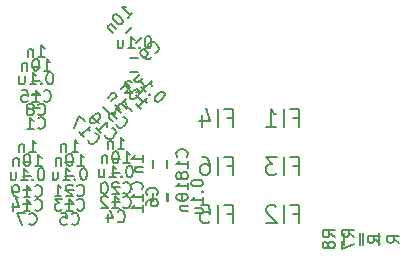
<source format=gbo>
G04 #@! TF.FileFunction,Legend,Bot*
%FSLAX46Y46*%
G04 Gerber Fmt 4.6, Leading zero omitted, Abs format (unit mm)*
G04 Created by KiCad (PCBNEW (2015-02-18 BZR 5430)-product) date 2015年02月19日 星期四 19时51分06秒*
%MOMM*%
G01*
G04 APERTURE LIST*
%ADD10C,0.150000*%
G04 APERTURE END LIST*
D10*
X115791500Y-55591000D02*
X116491500Y-55591000D01*
X116491500Y-54391000D02*
X115791500Y-54391000D01*
X124110000Y-52543000D02*
X124810000Y-52543000D01*
X124810000Y-51343000D02*
X124110000Y-51343000D01*
X123724749Y-55358277D02*
X124219723Y-55853251D01*
X125068251Y-55004723D02*
X124573277Y-54509749D01*
X122535200Y-63490400D02*
X123235200Y-63490400D01*
X123235200Y-62290400D02*
X122535200Y-62290400D01*
X118623600Y-63693600D02*
X119323600Y-63693600D01*
X119323600Y-62493600D02*
X118623600Y-62493600D01*
X127314400Y-62743600D02*
X127314400Y-63443600D01*
X128514400Y-63443600D02*
X128514400Y-62743600D01*
X115042200Y-63719000D02*
X115742200Y-63719000D01*
X115742200Y-62519000D02*
X115042200Y-62519000D01*
X115791500Y-54448000D02*
X116491500Y-54448000D01*
X116491500Y-53248000D02*
X115791500Y-53248000D01*
X124636777Y-50074751D02*
X125131751Y-49579777D01*
X124283223Y-48731249D02*
X123788249Y-49226223D01*
X122454749Y-55993277D02*
X122949723Y-56488251D01*
X123798251Y-55639723D02*
X123303277Y-55144749D01*
X126044400Y-62743600D02*
X126044400Y-63443600D01*
X127244400Y-63443600D02*
X127244400Y-62743600D01*
X122535200Y-62296600D02*
X123235200Y-62296600D01*
X123235200Y-61096600D02*
X122535200Y-61096600D01*
X118623600Y-62499800D02*
X119323600Y-62499800D01*
X119323600Y-61299800D02*
X118623600Y-61299800D01*
X115042200Y-62525200D02*
X115742200Y-62525200D01*
X115742200Y-61325200D02*
X115042200Y-61325200D01*
X115791500Y-53305000D02*
X116491500Y-53305000D01*
X116491500Y-52105000D02*
X115791500Y-52105000D01*
X120994249Y-56374277D02*
X121489223Y-56869251D01*
X122337751Y-56020723D02*
X121842777Y-55525749D01*
X127244400Y-60675000D02*
X127244400Y-59975000D01*
X126044400Y-59975000D02*
X126044400Y-60675000D01*
X115042200Y-61331400D02*
X115742200Y-61331400D01*
X115742200Y-60131400D02*
X115042200Y-60131400D01*
X122535200Y-61102800D02*
X123235200Y-61102800D01*
X123235200Y-59902800D02*
X122535200Y-59902800D01*
X118623600Y-61306000D02*
X119323600Y-61306000D01*
X119323600Y-60106000D02*
X118623600Y-60106000D01*
X145201000Y-67175000D02*
X145201000Y-66175000D01*
X143851000Y-66175000D02*
X143851000Y-67175000D01*
X143550000Y-67175000D02*
X143550000Y-66175000D01*
X142200000Y-66175000D02*
X142200000Y-67175000D01*
X116308166Y-57248143D02*
X116355785Y-57295762D01*
X116498642Y-57343381D01*
X116593880Y-57343381D01*
X116736738Y-57295762D01*
X116831976Y-57200524D01*
X116879595Y-57105286D01*
X116927214Y-56914810D01*
X116927214Y-56771952D01*
X116879595Y-56581476D01*
X116831976Y-56486238D01*
X116736738Y-56391000D01*
X116593880Y-56343381D01*
X116498642Y-56343381D01*
X116355785Y-56391000D01*
X116308166Y-56438619D01*
X115355785Y-57343381D02*
X115927214Y-57343381D01*
X115641500Y-57343381D02*
X115641500Y-56343381D01*
X115736738Y-56486238D01*
X115831976Y-56581476D01*
X115927214Y-56629095D01*
X117355786Y-52543381D02*
X117260547Y-52543381D01*
X117165309Y-52591000D01*
X117117690Y-52638619D01*
X117070071Y-52733857D01*
X117022452Y-52924333D01*
X117022452Y-53162429D01*
X117070071Y-53352905D01*
X117117690Y-53448143D01*
X117165309Y-53495762D01*
X117260547Y-53543381D01*
X117355786Y-53543381D01*
X117451024Y-53495762D01*
X117498643Y-53448143D01*
X117546262Y-53352905D01*
X117593881Y-53162429D01*
X117593881Y-52924333D01*
X117546262Y-52733857D01*
X117498643Y-52638619D01*
X117451024Y-52591000D01*
X117355786Y-52543381D01*
X116593881Y-53448143D02*
X116546262Y-53495762D01*
X116593881Y-53543381D01*
X116641500Y-53495762D01*
X116593881Y-53448143D01*
X116593881Y-53543381D01*
X115593881Y-53543381D02*
X116165310Y-53543381D01*
X115879596Y-53543381D02*
X115879596Y-52543381D01*
X115974834Y-52686238D01*
X116070072Y-52781476D01*
X116165310Y-52829095D01*
X114736738Y-52876714D02*
X114736738Y-53543381D01*
X115165310Y-52876714D02*
X115165310Y-53400524D01*
X115117691Y-53495762D01*
X115022453Y-53543381D01*
X114879595Y-53543381D01*
X114784357Y-53495762D01*
X114736738Y-53448143D01*
X124626666Y-54200143D02*
X124674285Y-54247762D01*
X124817142Y-54295381D01*
X124912380Y-54295381D01*
X125055238Y-54247762D01*
X125150476Y-54152524D01*
X125198095Y-54057286D01*
X125245714Y-53866810D01*
X125245714Y-53723952D01*
X125198095Y-53533476D01*
X125150476Y-53438238D01*
X125055238Y-53343000D01*
X124912380Y-53295381D01*
X124817142Y-53295381D01*
X124674285Y-53343000D01*
X124626666Y-53390619D01*
X124245714Y-53390619D02*
X124198095Y-53343000D01*
X124102857Y-53295381D01*
X123864761Y-53295381D01*
X123769523Y-53343000D01*
X123721904Y-53390619D01*
X123674285Y-53485857D01*
X123674285Y-53581095D01*
X123721904Y-53723952D01*
X124293333Y-54295381D01*
X123674285Y-54295381D01*
X125674286Y-49495381D02*
X125579047Y-49495381D01*
X125483809Y-49543000D01*
X125436190Y-49590619D01*
X125388571Y-49685857D01*
X125340952Y-49876333D01*
X125340952Y-50114429D01*
X125388571Y-50304905D01*
X125436190Y-50400143D01*
X125483809Y-50447762D01*
X125579047Y-50495381D01*
X125674286Y-50495381D01*
X125769524Y-50447762D01*
X125817143Y-50400143D01*
X125864762Y-50304905D01*
X125912381Y-50114429D01*
X125912381Y-49876333D01*
X125864762Y-49685857D01*
X125817143Y-49590619D01*
X125769524Y-49543000D01*
X125674286Y-49495381D01*
X124912381Y-50400143D02*
X124864762Y-50447762D01*
X124912381Y-50495381D01*
X124960000Y-50447762D01*
X124912381Y-50400143D01*
X124912381Y-50495381D01*
X123912381Y-50495381D02*
X124483810Y-50495381D01*
X124198096Y-50495381D02*
X124198096Y-49495381D01*
X124293334Y-49638238D01*
X124388572Y-49733476D01*
X124483810Y-49781095D01*
X123055238Y-49828714D02*
X123055238Y-50495381D01*
X123483810Y-49828714D02*
X123483810Y-50352524D01*
X123436191Y-50447762D01*
X123340953Y-50495381D01*
X123198095Y-50495381D01*
X123102857Y-50447762D01*
X123055238Y-50400143D01*
X122918309Y-56895392D02*
X122918309Y-56962735D01*
X122985653Y-57097422D01*
X123052996Y-57164766D01*
X123187684Y-57232110D01*
X123322371Y-57232110D01*
X123423386Y-57198438D01*
X123591744Y-57097423D01*
X123692760Y-56996407D01*
X123793775Y-56828048D01*
X123827447Y-56727033D01*
X123827447Y-56592346D01*
X123760103Y-56457659D01*
X123692760Y-56390315D01*
X123558073Y-56322972D01*
X123490729Y-56322972D01*
X123322371Y-56019927D02*
X122884638Y-55582193D01*
X122850967Y-56087270D01*
X122749951Y-55986254D01*
X122648936Y-55952582D01*
X122581592Y-55952582D01*
X122480576Y-55986255D01*
X122312218Y-56154613D01*
X122278546Y-56255629D01*
X122278546Y-56322972D01*
X122312218Y-56423987D01*
X122514249Y-56626018D01*
X122615264Y-56659690D01*
X122682607Y-56659690D01*
X126985858Y-54309402D02*
X126918514Y-54242058D01*
X126817499Y-54208386D01*
X126750155Y-54208386D01*
X126649140Y-54242058D01*
X126480781Y-54343073D01*
X126312422Y-54511432D01*
X126211407Y-54679791D01*
X126177735Y-54780806D01*
X126177735Y-54848149D01*
X126211407Y-54949164D01*
X126278751Y-55016509D01*
X126379766Y-55050180D01*
X126447110Y-55050180D01*
X126548125Y-55016509D01*
X126716484Y-54915493D01*
X126884843Y-54747134D01*
X126985858Y-54578775D01*
X127019530Y-54477760D01*
X127019530Y-54410417D01*
X126985858Y-54309402D01*
X125807346Y-54410417D02*
X125740003Y-54410417D01*
X125740003Y-54477760D01*
X125807346Y-54477760D01*
X125807346Y-54410417D01*
X125740003Y-54477760D01*
X125032896Y-53770654D02*
X125436958Y-54174715D01*
X125234927Y-53972685D02*
X125942034Y-53265578D01*
X125908362Y-53433936D01*
X125908362Y-53568623D01*
X125942034Y-53669638D01*
X124898209Y-52693157D02*
X124426805Y-53164562D01*
X125201256Y-52996203D02*
X124830866Y-53366593D01*
X124729851Y-53400265D01*
X124628836Y-53366593D01*
X124527820Y-53265577D01*
X124494148Y-53164562D01*
X124494148Y-53097219D01*
X123051866Y-65147543D02*
X123099485Y-65195162D01*
X123242342Y-65242781D01*
X123337580Y-65242781D01*
X123480438Y-65195162D01*
X123575676Y-65099924D01*
X123623295Y-65004686D01*
X123670914Y-64814210D01*
X123670914Y-64671352D01*
X123623295Y-64480876D01*
X123575676Y-64385638D01*
X123480438Y-64290400D01*
X123337580Y-64242781D01*
X123242342Y-64242781D01*
X123099485Y-64290400D01*
X123051866Y-64338019D01*
X122194723Y-64576114D02*
X122194723Y-65242781D01*
X122432819Y-64195162D02*
X122670914Y-64909448D01*
X122051866Y-64909448D01*
X124099486Y-60442781D02*
X124004247Y-60442781D01*
X123909009Y-60490400D01*
X123861390Y-60538019D01*
X123813771Y-60633257D01*
X123766152Y-60823733D01*
X123766152Y-61061829D01*
X123813771Y-61252305D01*
X123861390Y-61347543D01*
X123909009Y-61395162D01*
X124004247Y-61442781D01*
X124099486Y-61442781D01*
X124194724Y-61395162D01*
X124242343Y-61347543D01*
X124289962Y-61252305D01*
X124337581Y-61061829D01*
X124337581Y-60823733D01*
X124289962Y-60633257D01*
X124242343Y-60538019D01*
X124194724Y-60490400D01*
X124099486Y-60442781D01*
X123337581Y-61347543D02*
X123289962Y-61395162D01*
X123337581Y-61442781D01*
X123385200Y-61395162D01*
X123337581Y-61347543D01*
X123337581Y-61442781D01*
X122337581Y-61442781D02*
X122909010Y-61442781D01*
X122623296Y-61442781D02*
X122623296Y-60442781D01*
X122718534Y-60585638D01*
X122813772Y-60680876D01*
X122909010Y-60728495D01*
X121480438Y-60776114D02*
X121480438Y-61442781D01*
X121909010Y-60776114D02*
X121909010Y-61299924D01*
X121861391Y-61395162D01*
X121766153Y-61442781D01*
X121623295Y-61442781D01*
X121528057Y-61395162D01*
X121480438Y-61347543D01*
X119140266Y-65350743D02*
X119187885Y-65398362D01*
X119330742Y-65445981D01*
X119425980Y-65445981D01*
X119568838Y-65398362D01*
X119664076Y-65303124D01*
X119711695Y-65207886D01*
X119759314Y-65017410D01*
X119759314Y-64874552D01*
X119711695Y-64684076D01*
X119664076Y-64588838D01*
X119568838Y-64493600D01*
X119425980Y-64445981D01*
X119330742Y-64445981D01*
X119187885Y-64493600D01*
X119140266Y-64541219D01*
X118235504Y-64445981D02*
X118711695Y-64445981D01*
X118759314Y-64922171D01*
X118711695Y-64874552D01*
X118616457Y-64826933D01*
X118378361Y-64826933D01*
X118283123Y-64874552D01*
X118235504Y-64922171D01*
X118187885Y-65017410D01*
X118187885Y-65255505D01*
X118235504Y-65350743D01*
X118283123Y-65398362D01*
X118378361Y-65445981D01*
X118616457Y-65445981D01*
X118711695Y-65398362D01*
X118759314Y-65350743D01*
X120187886Y-60645981D02*
X120092647Y-60645981D01*
X119997409Y-60693600D01*
X119949790Y-60741219D01*
X119902171Y-60836457D01*
X119854552Y-61026933D01*
X119854552Y-61265029D01*
X119902171Y-61455505D01*
X119949790Y-61550743D01*
X119997409Y-61598362D01*
X120092647Y-61645981D01*
X120187886Y-61645981D01*
X120283124Y-61598362D01*
X120330743Y-61550743D01*
X120378362Y-61455505D01*
X120425981Y-61265029D01*
X120425981Y-61026933D01*
X120378362Y-60836457D01*
X120330743Y-60741219D01*
X120283124Y-60693600D01*
X120187886Y-60645981D01*
X119425981Y-61550743D02*
X119378362Y-61598362D01*
X119425981Y-61645981D01*
X119473600Y-61598362D01*
X119425981Y-61550743D01*
X119425981Y-61645981D01*
X118425981Y-61645981D02*
X118997410Y-61645981D01*
X118711696Y-61645981D02*
X118711696Y-60645981D01*
X118806934Y-60788838D01*
X118902172Y-60884076D01*
X118997410Y-60931695D01*
X117568838Y-60979314D02*
X117568838Y-61645981D01*
X117997410Y-60979314D02*
X117997410Y-61503124D01*
X117949791Y-61598362D01*
X117854553Y-61645981D01*
X117711695Y-61645981D01*
X117616457Y-61598362D01*
X117568838Y-61550743D01*
X126371543Y-62926934D02*
X126419162Y-62879315D01*
X126466781Y-62736458D01*
X126466781Y-62641220D01*
X126419162Y-62498362D01*
X126323924Y-62403124D01*
X126228686Y-62355505D01*
X126038210Y-62307886D01*
X125895352Y-62307886D01*
X125704876Y-62355505D01*
X125609638Y-62403124D01*
X125514400Y-62498362D01*
X125466781Y-62641220D01*
X125466781Y-62736458D01*
X125514400Y-62879315D01*
X125562019Y-62926934D01*
X125466781Y-63784077D02*
X125466781Y-63593600D01*
X125514400Y-63498362D01*
X125562019Y-63450743D01*
X125704876Y-63355505D01*
X125895352Y-63307886D01*
X126276305Y-63307886D01*
X126371543Y-63355505D01*
X126419162Y-63403124D01*
X126466781Y-63498362D01*
X126466781Y-63688839D01*
X126419162Y-63784077D01*
X126371543Y-63831696D01*
X126276305Y-63879315D01*
X126038210Y-63879315D01*
X125942971Y-63831696D01*
X125895352Y-63784077D01*
X125847733Y-63688839D01*
X125847733Y-63498362D01*
X125895352Y-63403124D01*
X125942971Y-63355505D01*
X126038210Y-63307886D01*
X129266781Y-61879314D02*
X129266781Y-61974553D01*
X129314400Y-62069791D01*
X129362019Y-62117410D01*
X129457257Y-62165029D01*
X129647733Y-62212648D01*
X129885829Y-62212648D01*
X130076305Y-62165029D01*
X130171543Y-62117410D01*
X130219162Y-62069791D01*
X130266781Y-61974553D01*
X130266781Y-61879314D01*
X130219162Y-61784076D01*
X130171543Y-61736457D01*
X130076305Y-61688838D01*
X129885829Y-61641219D01*
X129647733Y-61641219D01*
X129457257Y-61688838D01*
X129362019Y-61736457D01*
X129314400Y-61784076D01*
X129266781Y-61879314D01*
X130171543Y-62641219D02*
X130219162Y-62688838D01*
X130266781Y-62641219D01*
X130219162Y-62593600D01*
X130171543Y-62641219D01*
X130266781Y-62641219D01*
X130266781Y-63641219D02*
X130266781Y-63069790D01*
X130266781Y-63355504D02*
X129266781Y-63355504D01*
X129409638Y-63260266D01*
X129504876Y-63165028D01*
X129552495Y-63069790D01*
X129600114Y-64498362D02*
X130266781Y-64498362D01*
X129600114Y-64069790D02*
X130123924Y-64069790D01*
X130219162Y-64117409D01*
X130266781Y-64212647D01*
X130266781Y-64355505D01*
X130219162Y-64450743D01*
X130171543Y-64498362D01*
X115558866Y-65376143D02*
X115606485Y-65423762D01*
X115749342Y-65471381D01*
X115844580Y-65471381D01*
X115987438Y-65423762D01*
X116082676Y-65328524D01*
X116130295Y-65233286D01*
X116177914Y-65042810D01*
X116177914Y-64899952D01*
X116130295Y-64709476D01*
X116082676Y-64614238D01*
X115987438Y-64519000D01*
X115844580Y-64471381D01*
X115749342Y-64471381D01*
X115606485Y-64519000D01*
X115558866Y-64566619D01*
X115225533Y-64471381D02*
X114558866Y-64471381D01*
X114987438Y-65471381D01*
X116606486Y-60671381D02*
X116511247Y-60671381D01*
X116416009Y-60719000D01*
X116368390Y-60766619D01*
X116320771Y-60861857D01*
X116273152Y-61052333D01*
X116273152Y-61290429D01*
X116320771Y-61480905D01*
X116368390Y-61576143D01*
X116416009Y-61623762D01*
X116511247Y-61671381D01*
X116606486Y-61671381D01*
X116701724Y-61623762D01*
X116749343Y-61576143D01*
X116796962Y-61480905D01*
X116844581Y-61290429D01*
X116844581Y-61052333D01*
X116796962Y-60861857D01*
X116749343Y-60766619D01*
X116701724Y-60719000D01*
X116606486Y-60671381D01*
X115844581Y-61576143D02*
X115796962Y-61623762D01*
X115844581Y-61671381D01*
X115892200Y-61623762D01*
X115844581Y-61576143D01*
X115844581Y-61671381D01*
X114844581Y-61671381D02*
X115416010Y-61671381D01*
X115130296Y-61671381D02*
X115130296Y-60671381D01*
X115225534Y-60814238D01*
X115320772Y-60909476D01*
X115416010Y-60957095D01*
X113987438Y-61004714D02*
X113987438Y-61671381D01*
X114416010Y-61004714D02*
X114416010Y-61528524D01*
X114368391Y-61623762D01*
X114273153Y-61671381D01*
X114130295Y-61671381D01*
X114035057Y-61623762D01*
X113987438Y-61576143D01*
X116308166Y-56105143D02*
X116355785Y-56152762D01*
X116498642Y-56200381D01*
X116593880Y-56200381D01*
X116736738Y-56152762D01*
X116831976Y-56057524D01*
X116879595Y-55962286D01*
X116927214Y-55771810D01*
X116927214Y-55628952D01*
X116879595Y-55438476D01*
X116831976Y-55343238D01*
X116736738Y-55248000D01*
X116593880Y-55200381D01*
X116498642Y-55200381D01*
X116355785Y-55248000D01*
X116308166Y-55295619D01*
X115736738Y-55628952D02*
X115831976Y-55581333D01*
X115879595Y-55533714D01*
X115927214Y-55438476D01*
X115927214Y-55390857D01*
X115879595Y-55295619D01*
X115831976Y-55248000D01*
X115736738Y-55200381D01*
X115546261Y-55200381D01*
X115451023Y-55248000D01*
X115403404Y-55295619D01*
X115355785Y-55390857D01*
X115355785Y-55438476D01*
X115403404Y-55533714D01*
X115451023Y-55581333D01*
X115546261Y-55628952D01*
X115736738Y-55628952D01*
X115831976Y-55676571D01*
X115879595Y-55724190D01*
X115927214Y-55819429D01*
X115927214Y-56009905D01*
X115879595Y-56105143D01*
X115831976Y-56152762D01*
X115736738Y-56200381D01*
X115546261Y-56200381D01*
X115451023Y-56152762D01*
X115403404Y-56105143D01*
X115355785Y-56009905D01*
X115355785Y-55819429D01*
X115403404Y-55724190D01*
X115451023Y-55676571D01*
X115546261Y-55628952D01*
X116784357Y-52400381D02*
X117355786Y-52400381D01*
X117070072Y-52400381D02*
X117070072Y-51400381D01*
X117165310Y-51543238D01*
X117260548Y-51638476D01*
X117355786Y-51686095D01*
X116165310Y-51400381D02*
X116070071Y-51400381D01*
X115974833Y-51448000D01*
X115927214Y-51495619D01*
X115879595Y-51590857D01*
X115831976Y-51781333D01*
X115831976Y-52019429D01*
X115879595Y-52209905D01*
X115927214Y-52305143D01*
X115974833Y-52352762D01*
X116070071Y-52400381D01*
X116165310Y-52400381D01*
X116260548Y-52352762D01*
X116308167Y-52305143D01*
X116355786Y-52209905D01*
X116403405Y-52019429D01*
X116403405Y-51781333D01*
X116355786Y-51590857D01*
X116308167Y-51495619D01*
X116260548Y-51448000D01*
X116165310Y-51400381D01*
X115403405Y-51733714D02*
X115403405Y-52400381D01*
X115403405Y-51828952D02*
X115355786Y-51781333D01*
X115260548Y-51733714D01*
X115117690Y-51733714D01*
X115022452Y-51781333D01*
X114974833Y-51876571D01*
X114974833Y-52400381D01*
X126173892Y-50881191D02*
X126241235Y-50881191D01*
X126375922Y-50813847D01*
X126443266Y-50746504D01*
X126510610Y-50611816D01*
X126510610Y-50477129D01*
X126476938Y-50376114D01*
X126375923Y-50207756D01*
X126274907Y-50106740D01*
X126106548Y-50005725D01*
X126005533Y-49972053D01*
X125870846Y-49972053D01*
X125736159Y-50039397D01*
X125668815Y-50106740D01*
X125601472Y-50241427D01*
X125601472Y-50308771D01*
X125904518Y-51285251D02*
X125769831Y-51419938D01*
X125668815Y-51453610D01*
X125601472Y-51453610D01*
X125433113Y-51419939D01*
X125264755Y-51318924D01*
X124995380Y-51049549D01*
X124961709Y-50948534D01*
X124961709Y-50881191D01*
X124995380Y-50780175D01*
X125130068Y-50645488D01*
X125231083Y-50611816D01*
X125298427Y-50611816D01*
X125399442Y-50645488D01*
X125567800Y-50813846D01*
X125601472Y-50914862D01*
X125601473Y-50982206D01*
X125567801Y-51083221D01*
X125433113Y-51217908D01*
X125332098Y-51251580D01*
X125264754Y-51251579D01*
X125163739Y-51217908D01*
X123890947Y-47924810D02*
X124295009Y-47520749D01*
X124092978Y-47722779D02*
X123385871Y-47015672D01*
X123554230Y-47049344D01*
X123688917Y-47049344D01*
X123789932Y-47015672D01*
X122746108Y-47655436D02*
X122678764Y-47722780D01*
X122645092Y-47823795D01*
X122645092Y-47891138D01*
X122678764Y-47992154D01*
X122779779Y-48160512D01*
X122948138Y-48328871D01*
X123116497Y-48429887D01*
X123217512Y-48463558D01*
X123284856Y-48463558D01*
X123385871Y-48429887D01*
X123453215Y-48362542D01*
X123486887Y-48261527D01*
X123486887Y-48194184D01*
X123453215Y-48093169D01*
X123352200Y-47924810D01*
X123183840Y-47756451D01*
X123015482Y-47655436D01*
X122914467Y-47621764D01*
X122847123Y-47621764D01*
X122746108Y-47655436D01*
X122443062Y-48429886D02*
X122914467Y-48901291D01*
X122510405Y-48497229D02*
X122443062Y-48497229D01*
X122342047Y-48530901D01*
X122241031Y-48631917D01*
X122207359Y-48732932D01*
X122241031Y-48833947D01*
X122611421Y-49204337D01*
X121985027Y-57867110D02*
X121985027Y-57934453D01*
X122052371Y-58069140D01*
X122119714Y-58136484D01*
X122254402Y-58203828D01*
X122389089Y-58203828D01*
X122490104Y-58170156D01*
X122658462Y-58069141D01*
X122759478Y-57968125D01*
X122860493Y-57799766D01*
X122894165Y-57698751D01*
X122894165Y-57564064D01*
X122826821Y-57429377D01*
X122759478Y-57362033D01*
X122624791Y-57294690D01*
X122557447Y-57294690D01*
X121244249Y-57261018D02*
X121648310Y-57665079D01*
X121446280Y-57463049D02*
X122153387Y-56755942D01*
X122119715Y-56924301D01*
X122119715Y-57058988D01*
X122153387Y-57160003D01*
X121513623Y-56116179D02*
X121446279Y-56048835D01*
X121345264Y-56015163D01*
X121277921Y-56015163D01*
X121176905Y-56048835D01*
X121008547Y-56149850D01*
X120840187Y-56318209D01*
X120739172Y-56486568D01*
X120705501Y-56587583D01*
X120705501Y-56654927D01*
X120739172Y-56755942D01*
X120806516Y-56823286D01*
X120907532Y-56856958D01*
X120974875Y-56856958D01*
X121075890Y-56823286D01*
X121244249Y-56722271D01*
X121412608Y-56553911D01*
X121513623Y-56385553D01*
X121547295Y-56284538D01*
X121547295Y-56217194D01*
X121513623Y-56116179D01*
X124604690Y-55247447D02*
X125008751Y-55651509D01*
X124806721Y-55449478D02*
X125513828Y-54742371D01*
X125480156Y-54910730D01*
X125480156Y-55045417D01*
X125513828Y-55146432D01*
X124874064Y-54102608D02*
X124806720Y-54035264D01*
X124705705Y-54001592D01*
X124638362Y-54001592D01*
X124537346Y-54035264D01*
X124368988Y-54136279D01*
X124200629Y-54304638D01*
X124099613Y-54472997D01*
X124065942Y-54574012D01*
X124065942Y-54641356D01*
X124099613Y-54742371D01*
X124166958Y-54809715D01*
X124267973Y-54843387D01*
X124335316Y-54843387D01*
X124436331Y-54809715D01*
X124604690Y-54708700D01*
X124773049Y-54540340D01*
X124874064Y-54371982D01*
X124907736Y-54270967D01*
X124907736Y-54203623D01*
X124874064Y-54102608D01*
X124099614Y-53799562D02*
X123628209Y-54270967D01*
X124032271Y-53866905D02*
X124032271Y-53799562D01*
X123998599Y-53698547D01*
X123897583Y-53597531D01*
X123796568Y-53563859D01*
X123695553Y-53597531D01*
X123325163Y-53967921D01*
X125101543Y-62450743D02*
X125149162Y-62403124D01*
X125196781Y-62260267D01*
X125196781Y-62165029D01*
X125149162Y-62022171D01*
X125053924Y-61926933D01*
X124958686Y-61879314D01*
X124768210Y-61831695D01*
X124625352Y-61831695D01*
X124434876Y-61879314D01*
X124339638Y-61926933D01*
X124244400Y-62022171D01*
X124196781Y-62165029D01*
X124196781Y-62260267D01*
X124244400Y-62403124D01*
X124292019Y-62450743D01*
X125196781Y-63403124D02*
X125196781Y-62831695D01*
X125196781Y-63117409D02*
X124196781Y-63117409D01*
X124339638Y-63022171D01*
X124434876Y-62926933D01*
X124482495Y-62831695D01*
X125196781Y-64355505D02*
X125196781Y-63784076D01*
X125196781Y-64069790D02*
X124196781Y-64069790D01*
X124339638Y-63974552D01*
X124434876Y-63879314D01*
X124482495Y-63784076D01*
X128996781Y-62450743D02*
X128996781Y-61879314D01*
X128996781Y-62165028D02*
X127996781Y-62165028D01*
X128139638Y-62069790D01*
X128234876Y-61974552D01*
X128282495Y-61879314D01*
X127996781Y-63069790D02*
X127996781Y-63165029D01*
X128044400Y-63260267D01*
X128092019Y-63307886D01*
X128187257Y-63355505D01*
X128377733Y-63403124D01*
X128615829Y-63403124D01*
X128806305Y-63355505D01*
X128901543Y-63307886D01*
X128949162Y-63260267D01*
X128996781Y-63165029D01*
X128996781Y-63069790D01*
X128949162Y-62974552D01*
X128901543Y-62926933D01*
X128806305Y-62879314D01*
X128615829Y-62831695D01*
X128377733Y-62831695D01*
X128187257Y-62879314D01*
X128092019Y-62926933D01*
X128044400Y-62974552D01*
X127996781Y-63069790D01*
X128330114Y-63831695D02*
X128996781Y-63831695D01*
X128425352Y-63831695D02*
X128377733Y-63879314D01*
X128330114Y-63974552D01*
X128330114Y-64117410D01*
X128377733Y-64212648D01*
X128472971Y-64260267D01*
X128996781Y-64260267D01*
X123528057Y-63953743D02*
X123575676Y-64001362D01*
X123718533Y-64048981D01*
X123813771Y-64048981D01*
X123956629Y-64001362D01*
X124051867Y-63906124D01*
X124099486Y-63810886D01*
X124147105Y-63620410D01*
X124147105Y-63477552D01*
X124099486Y-63287076D01*
X124051867Y-63191838D01*
X123956629Y-63096600D01*
X123813771Y-63048981D01*
X123718533Y-63048981D01*
X123575676Y-63096600D01*
X123528057Y-63144219D01*
X122575676Y-64048981D02*
X123147105Y-64048981D01*
X122861391Y-64048981D02*
X122861391Y-63048981D01*
X122956629Y-63191838D01*
X123051867Y-63287076D01*
X123147105Y-63334695D01*
X122194724Y-63144219D02*
X122147105Y-63096600D01*
X122051867Y-63048981D01*
X121813771Y-63048981D01*
X121718533Y-63096600D01*
X121670914Y-63144219D01*
X121623295Y-63239457D01*
X121623295Y-63334695D01*
X121670914Y-63477552D01*
X122242343Y-64048981D01*
X121623295Y-64048981D01*
X123528057Y-60248981D02*
X124099486Y-60248981D01*
X123813772Y-60248981D02*
X123813772Y-59248981D01*
X123909010Y-59391838D01*
X124004248Y-59487076D01*
X124099486Y-59534695D01*
X122909010Y-59248981D02*
X122813771Y-59248981D01*
X122718533Y-59296600D01*
X122670914Y-59344219D01*
X122623295Y-59439457D01*
X122575676Y-59629933D01*
X122575676Y-59868029D01*
X122623295Y-60058505D01*
X122670914Y-60153743D01*
X122718533Y-60201362D01*
X122813771Y-60248981D01*
X122909010Y-60248981D01*
X123004248Y-60201362D01*
X123051867Y-60153743D01*
X123099486Y-60058505D01*
X123147105Y-59868029D01*
X123147105Y-59629933D01*
X123099486Y-59439457D01*
X123051867Y-59344219D01*
X123004248Y-59296600D01*
X122909010Y-59248981D01*
X122147105Y-59582314D02*
X122147105Y-60248981D01*
X122147105Y-59677552D02*
X122099486Y-59629933D01*
X122004248Y-59582314D01*
X121861390Y-59582314D01*
X121766152Y-59629933D01*
X121718533Y-59725171D01*
X121718533Y-60248981D01*
X119616457Y-64156943D02*
X119664076Y-64204562D01*
X119806933Y-64252181D01*
X119902171Y-64252181D01*
X120045029Y-64204562D01*
X120140267Y-64109324D01*
X120187886Y-64014086D01*
X120235505Y-63823610D01*
X120235505Y-63680752D01*
X120187886Y-63490276D01*
X120140267Y-63395038D01*
X120045029Y-63299800D01*
X119902171Y-63252181D01*
X119806933Y-63252181D01*
X119664076Y-63299800D01*
X119616457Y-63347419D01*
X118664076Y-64252181D02*
X119235505Y-64252181D01*
X118949791Y-64252181D02*
X118949791Y-63252181D01*
X119045029Y-63395038D01*
X119140267Y-63490276D01*
X119235505Y-63537895D01*
X118330743Y-63252181D02*
X117711695Y-63252181D01*
X118045029Y-63633133D01*
X117902171Y-63633133D01*
X117806933Y-63680752D01*
X117759314Y-63728371D01*
X117711695Y-63823610D01*
X117711695Y-64061705D01*
X117759314Y-64156943D01*
X117806933Y-64204562D01*
X117902171Y-64252181D01*
X118187886Y-64252181D01*
X118283124Y-64204562D01*
X118330743Y-64156943D01*
X119616457Y-60452181D02*
X120187886Y-60452181D01*
X119902172Y-60452181D02*
X119902172Y-59452181D01*
X119997410Y-59595038D01*
X120092648Y-59690276D01*
X120187886Y-59737895D01*
X118997410Y-59452181D02*
X118902171Y-59452181D01*
X118806933Y-59499800D01*
X118759314Y-59547419D01*
X118711695Y-59642657D01*
X118664076Y-59833133D01*
X118664076Y-60071229D01*
X118711695Y-60261705D01*
X118759314Y-60356943D01*
X118806933Y-60404562D01*
X118902171Y-60452181D01*
X118997410Y-60452181D01*
X119092648Y-60404562D01*
X119140267Y-60356943D01*
X119187886Y-60261705D01*
X119235505Y-60071229D01*
X119235505Y-59833133D01*
X119187886Y-59642657D01*
X119140267Y-59547419D01*
X119092648Y-59499800D01*
X118997410Y-59452181D01*
X118235505Y-59785514D02*
X118235505Y-60452181D01*
X118235505Y-59880752D02*
X118187886Y-59833133D01*
X118092648Y-59785514D01*
X117949790Y-59785514D01*
X117854552Y-59833133D01*
X117806933Y-59928371D01*
X117806933Y-60452181D01*
X116035057Y-64182343D02*
X116082676Y-64229962D01*
X116225533Y-64277581D01*
X116320771Y-64277581D01*
X116463629Y-64229962D01*
X116558867Y-64134724D01*
X116606486Y-64039486D01*
X116654105Y-63849010D01*
X116654105Y-63706152D01*
X116606486Y-63515676D01*
X116558867Y-63420438D01*
X116463629Y-63325200D01*
X116320771Y-63277581D01*
X116225533Y-63277581D01*
X116082676Y-63325200D01*
X116035057Y-63372819D01*
X115082676Y-64277581D02*
X115654105Y-64277581D01*
X115368391Y-64277581D02*
X115368391Y-63277581D01*
X115463629Y-63420438D01*
X115558867Y-63515676D01*
X115654105Y-63563295D01*
X114225533Y-63610914D02*
X114225533Y-64277581D01*
X114463629Y-63229962D02*
X114701724Y-63944248D01*
X114082676Y-63944248D01*
X116035057Y-60477581D02*
X116606486Y-60477581D01*
X116320772Y-60477581D02*
X116320772Y-59477581D01*
X116416010Y-59620438D01*
X116511248Y-59715676D01*
X116606486Y-59763295D01*
X115416010Y-59477581D02*
X115320771Y-59477581D01*
X115225533Y-59525200D01*
X115177914Y-59572819D01*
X115130295Y-59668057D01*
X115082676Y-59858533D01*
X115082676Y-60096629D01*
X115130295Y-60287105D01*
X115177914Y-60382343D01*
X115225533Y-60429962D01*
X115320771Y-60477581D01*
X115416010Y-60477581D01*
X115511248Y-60429962D01*
X115558867Y-60382343D01*
X115606486Y-60287105D01*
X115654105Y-60096629D01*
X115654105Y-59858533D01*
X115606486Y-59668057D01*
X115558867Y-59572819D01*
X115511248Y-59525200D01*
X115416010Y-59477581D01*
X114654105Y-59810914D02*
X114654105Y-60477581D01*
X114654105Y-59906152D02*
X114606486Y-59858533D01*
X114511248Y-59810914D01*
X114368390Y-59810914D01*
X114273152Y-59858533D01*
X114225533Y-59953771D01*
X114225533Y-60477581D01*
X116784357Y-54962143D02*
X116831976Y-55009762D01*
X116974833Y-55057381D01*
X117070071Y-55057381D01*
X117212929Y-55009762D01*
X117308167Y-54914524D01*
X117355786Y-54819286D01*
X117403405Y-54628810D01*
X117403405Y-54485952D01*
X117355786Y-54295476D01*
X117308167Y-54200238D01*
X117212929Y-54105000D01*
X117070071Y-54057381D01*
X116974833Y-54057381D01*
X116831976Y-54105000D01*
X116784357Y-54152619D01*
X115831976Y-55057381D02*
X116403405Y-55057381D01*
X116117691Y-55057381D02*
X116117691Y-54057381D01*
X116212929Y-54200238D01*
X116308167Y-54295476D01*
X116403405Y-54343095D01*
X114927214Y-54057381D02*
X115403405Y-54057381D01*
X115451024Y-54533571D01*
X115403405Y-54485952D01*
X115308167Y-54438333D01*
X115070071Y-54438333D01*
X114974833Y-54485952D01*
X114927214Y-54533571D01*
X114879595Y-54628810D01*
X114879595Y-54866905D01*
X114927214Y-54962143D01*
X114974833Y-55009762D01*
X115070071Y-55057381D01*
X115308167Y-55057381D01*
X115403405Y-55009762D01*
X115451024Y-54962143D01*
X116308166Y-51257381D02*
X116879595Y-51257381D01*
X116593881Y-51257381D02*
X116593881Y-50257381D01*
X116689119Y-50400238D01*
X116784357Y-50495476D01*
X116879595Y-50543095D01*
X115879595Y-50590714D02*
X115879595Y-51257381D01*
X115879595Y-50685952D02*
X115831976Y-50638333D01*
X115736738Y-50590714D01*
X115593880Y-50590714D01*
X115498642Y-50638333D01*
X115451023Y-50733571D01*
X115451023Y-51257381D01*
X120524527Y-58248110D02*
X120524527Y-58315453D01*
X120591871Y-58450140D01*
X120659214Y-58517484D01*
X120793902Y-58584828D01*
X120928589Y-58584828D01*
X121029604Y-58551156D01*
X121197962Y-58450141D01*
X121298978Y-58349125D01*
X121399993Y-58180766D01*
X121433665Y-58079751D01*
X121433665Y-57945064D01*
X121366321Y-57810377D01*
X121298978Y-57743033D01*
X121164291Y-57675690D01*
X121096947Y-57675690D01*
X119783749Y-57642018D02*
X120187810Y-58046079D01*
X119985780Y-57844049D02*
X120692887Y-57136942D01*
X120659215Y-57305301D01*
X120659215Y-57439988D01*
X120692887Y-57541003D01*
X120255154Y-56699209D02*
X119783749Y-56227805D01*
X119379688Y-57237958D01*
X122807472Y-55291729D02*
X123211533Y-55695791D01*
X123009503Y-55493760D02*
X123716610Y-54786654D01*
X123682938Y-54955012D01*
X123682938Y-55089699D01*
X123716610Y-55190714D01*
X122975831Y-54517279D02*
X122504427Y-54988684D01*
X122908488Y-54584623D02*
X122908488Y-54517279D01*
X122874816Y-54416264D01*
X122773800Y-54315248D01*
X122672785Y-54281576D01*
X122571770Y-54315248D01*
X122201380Y-54685638D01*
X128901543Y-59682143D02*
X128949162Y-59634524D01*
X128996781Y-59491667D01*
X128996781Y-59396429D01*
X128949162Y-59253571D01*
X128853924Y-59158333D01*
X128758686Y-59110714D01*
X128568210Y-59063095D01*
X128425352Y-59063095D01*
X128234876Y-59110714D01*
X128139638Y-59158333D01*
X128044400Y-59253571D01*
X127996781Y-59396429D01*
X127996781Y-59491667D01*
X128044400Y-59634524D01*
X128092019Y-59682143D01*
X128996781Y-60634524D02*
X128996781Y-60063095D01*
X128996781Y-60348809D02*
X127996781Y-60348809D01*
X128139638Y-60253571D01*
X128234876Y-60158333D01*
X128282495Y-60063095D01*
X128425352Y-61205952D02*
X128377733Y-61110714D01*
X128330114Y-61063095D01*
X128234876Y-61015476D01*
X128187257Y-61015476D01*
X128092019Y-61063095D01*
X128044400Y-61110714D01*
X127996781Y-61205952D01*
X127996781Y-61396429D01*
X128044400Y-61491667D01*
X128092019Y-61539286D01*
X128187257Y-61586905D01*
X128234876Y-61586905D01*
X128330114Y-61539286D01*
X128377733Y-61491667D01*
X128425352Y-61396429D01*
X128425352Y-61205952D01*
X128472971Y-61110714D01*
X128520590Y-61063095D01*
X128615829Y-61015476D01*
X128806305Y-61015476D01*
X128901543Y-61063095D01*
X128949162Y-61110714D01*
X128996781Y-61205952D01*
X128996781Y-61396429D01*
X128949162Y-61491667D01*
X128901543Y-61539286D01*
X128806305Y-61586905D01*
X128615829Y-61586905D01*
X128520590Y-61539286D01*
X128472971Y-61491667D01*
X128425352Y-61396429D01*
X125196781Y-60158334D02*
X125196781Y-59586905D01*
X125196781Y-59872619D02*
X124196781Y-59872619D01*
X124339638Y-59777381D01*
X124434876Y-59682143D01*
X124482495Y-59586905D01*
X124530114Y-60586905D02*
X125196781Y-60586905D01*
X124625352Y-60586905D02*
X124577733Y-60634524D01*
X124530114Y-60729762D01*
X124530114Y-60872620D01*
X124577733Y-60967858D01*
X124672971Y-61015477D01*
X125196781Y-61015477D01*
X116035057Y-62988543D02*
X116082676Y-63036162D01*
X116225533Y-63083781D01*
X116320771Y-63083781D01*
X116463629Y-63036162D01*
X116558867Y-62940924D01*
X116606486Y-62845686D01*
X116654105Y-62655210D01*
X116654105Y-62512352D01*
X116606486Y-62321876D01*
X116558867Y-62226638D01*
X116463629Y-62131400D01*
X116320771Y-62083781D01*
X116225533Y-62083781D01*
X116082676Y-62131400D01*
X116035057Y-62179019D01*
X115082676Y-63083781D02*
X115654105Y-63083781D01*
X115368391Y-63083781D02*
X115368391Y-62083781D01*
X115463629Y-62226638D01*
X115558867Y-62321876D01*
X115654105Y-62369495D01*
X114606486Y-63083781D02*
X114416010Y-63083781D01*
X114320771Y-63036162D01*
X114273152Y-62988543D01*
X114177914Y-62845686D01*
X114130295Y-62655210D01*
X114130295Y-62274257D01*
X114177914Y-62179019D01*
X114225533Y-62131400D01*
X114320771Y-62083781D01*
X114511248Y-62083781D01*
X114606486Y-62131400D01*
X114654105Y-62179019D01*
X114701724Y-62274257D01*
X114701724Y-62512352D01*
X114654105Y-62607590D01*
X114606486Y-62655210D01*
X114511248Y-62702829D01*
X114320771Y-62702829D01*
X114225533Y-62655210D01*
X114177914Y-62607590D01*
X114130295Y-62512352D01*
X115558866Y-59283781D02*
X116130295Y-59283781D01*
X115844581Y-59283781D02*
X115844581Y-58283781D01*
X115939819Y-58426638D01*
X116035057Y-58521876D01*
X116130295Y-58569495D01*
X115130295Y-58617114D02*
X115130295Y-59283781D01*
X115130295Y-58712352D02*
X115082676Y-58664733D01*
X114987438Y-58617114D01*
X114844580Y-58617114D01*
X114749342Y-58664733D01*
X114701723Y-58759971D01*
X114701723Y-59283781D01*
X123528057Y-62759943D02*
X123575676Y-62807562D01*
X123718533Y-62855181D01*
X123813771Y-62855181D01*
X123956629Y-62807562D01*
X124051867Y-62712324D01*
X124099486Y-62617086D01*
X124147105Y-62426610D01*
X124147105Y-62283752D01*
X124099486Y-62093276D01*
X124051867Y-61998038D01*
X123956629Y-61902800D01*
X123813771Y-61855181D01*
X123718533Y-61855181D01*
X123575676Y-61902800D01*
X123528057Y-61950419D01*
X123147105Y-61950419D02*
X123099486Y-61902800D01*
X123004248Y-61855181D01*
X122766152Y-61855181D01*
X122670914Y-61902800D01*
X122623295Y-61950419D01*
X122575676Y-62045657D01*
X122575676Y-62140895D01*
X122623295Y-62283752D01*
X123194724Y-62855181D01*
X122575676Y-62855181D01*
X121956629Y-61855181D02*
X121861390Y-61855181D01*
X121766152Y-61902800D01*
X121718533Y-61950419D01*
X121670914Y-62045657D01*
X121623295Y-62236133D01*
X121623295Y-62474229D01*
X121670914Y-62664705D01*
X121718533Y-62759943D01*
X121766152Y-62807562D01*
X121861390Y-62855181D01*
X121956629Y-62855181D01*
X122051867Y-62807562D01*
X122099486Y-62759943D01*
X122147105Y-62664705D01*
X122194724Y-62474229D01*
X122194724Y-62236133D01*
X122147105Y-62045657D01*
X122099486Y-61950419D01*
X122051867Y-61902800D01*
X121956629Y-61855181D01*
X123051866Y-59055181D02*
X123623295Y-59055181D01*
X123337581Y-59055181D02*
X123337581Y-58055181D01*
X123432819Y-58198038D01*
X123528057Y-58293276D01*
X123623295Y-58340895D01*
X122623295Y-58388514D02*
X122623295Y-59055181D01*
X122623295Y-58483752D02*
X122575676Y-58436133D01*
X122480438Y-58388514D01*
X122337580Y-58388514D01*
X122242342Y-58436133D01*
X122194723Y-58531371D01*
X122194723Y-59055181D01*
X119616457Y-62963143D02*
X119664076Y-63010762D01*
X119806933Y-63058381D01*
X119902171Y-63058381D01*
X120045029Y-63010762D01*
X120140267Y-62915524D01*
X120187886Y-62820286D01*
X120235505Y-62629810D01*
X120235505Y-62486952D01*
X120187886Y-62296476D01*
X120140267Y-62201238D01*
X120045029Y-62106000D01*
X119902171Y-62058381D01*
X119806933Y-62058381D01*
X119664076Y-62106000D01*
X119616457Y-62153619D01*
X119235505Y-62153619D02*
X119187886Y-62106000D01*
X119092648Y-62058381D01*
X118854552Y-62058381D01*
X118759314Y-62106000D01*
X118711695Y-62153619D01*
X118664076Y-62248857D01*
X118664076Y-62344095D01*
X118711695Y-62486952D01*
X119283124Y-63058381D01*
X118664076Y-63058381D01*
X117711695Y-63058381D02*
X118283124Y-63058381D01*
X117997410Y-63058381D02*
X117997410Y-62058381D01*
X118092648Y-62201238D01*
X118187886Y-62296476D01*
X118283124Y-62344095D01*
X119140266Y-59258381D02*
X119711695Y-59258381D01*
X119425981Y-59258381D02*
X119425981Y-58258381D01*
X119521219Y-58401238D01*
X119616457Y-58496476D01*
X119711695Y-58544095D01*
X118711695Y-58591714D02*
X118711695Y-59258381D01*
X118711695Y-58686952D02*
X118664076Y-58639333D01*
X118568838Y-58591714D01*
X118425980Y-58591714D01*
X118330742Y-58639333D01*
X118283123Y-58734571D01*
X118283123Y-59258381D01*
X137890142Y-56394857D02*
X138390142Y-56394857D01*
X138390142Y-57180571D02*
X138390142Y-55680571D01*
X137675856Y-55680571D01*
X137104428Y-57180571D02*
X137104428Y-55680571D01*
X135604428Y-57180571D02*
X136461571Y-57180571D01*
X136032999Y-57180571D02*
X136032999Y-55680571D01*
X136175856Y-55894857D01*
X136318714Y-56037714D01*
X136461571Y-56109143D01*
X137890142Y-64522857D02*
X138390142Y-64522857D01*
X138390142Y-65308571D02*
X138390142Y-63808571D01*
X137675856Y-63808571D01*
X137104428Y-65308571D02*
X137104428Y-63808571D01*
X136461571Y-63951429D02*
X136390142Y-63880000D01*
X136247285Y-63808571D01*
X135890142Y-63808571D01*
X135747285Y-63880000D01*
X135675856Y-63951429D01*
X135604428Y-64094286D01*
X135604428Y-64237143D01*
X135675856Y-64451429D01*
X136532999Y-65308571D01*
X135604428Y-65308571D01*
X137890142Y-60458857D02*
X138390142Y-60458857D01*
X138390142Y-61244571D02*
X138390142Y-59744571D01*
X137675856Y-59744571D01*
X137104428Y-61244571D02*
X137104428Y-59744571D01*
X136532999Y-59744571D02*
X135604428Y-59744571D01*
X136104428Y-60316000D01*
X135890142Y-60316000D01*
X135747285Y-60387429D01*
X135675856Y-60458857D01*
X135604428Y-60601714D01*
X135604428Y-60958857D01*
X135675856Y-61101714D01*
X135747285Y-61173143D01*
X135890142Y-61244571D01*
X136318714Y-61244571D01*
X136461571Y-61173143D01*
X136532999Y-61101714D01*
X132302142Y-56394857D02*
X132802142Y-56394857D01*
X132802142Y-57180571D02*
X132802142Y-55680571D01*
X132087856Y-55680571D01*
X131516428Y-57180571D02*
X131516428Y-55680571D01*
X130159285Y-56180571D02*
X130159285Y-57180571D01*
X130516428Y-55609143D02*
X130873571Y-56680571D01*
X129944999Y-56680571D01*
X132302142Y-64522857D02*
X132802142Y-64522857D01*
X132802142Y-65308571D02*
X132802142Y-63808571D01*
X132087856Y-63808571D01*
X131516428Y-65308571D02*
X131516428Y-63808571D01*
X130087856Y-63808571D02*
X130802142Y-63808571D01*
X130873571Y-64522857D01*
X130802142Y-64451429D01*
X130659285Y-64380000D01*
X130302142Y-64380000D01*
X130159285Y-64451429D01*
X130087856Y-64522857D01*
X130016428Y-64665714D01*
X130016428Y-65022857D01*
X130087856Y-65165714D01*
X130159285Y-65237143D01*
X130302142Y-65308571D01*
X130659285Y-65308571D01*
X130802142Y-65237143D01*
X130873571Y-65165714D01*
X132302142Y-60458857D02*
X132802142Y-60458857D01*
X132802142Y-61244571D02*
X132802142Y-59744571D01*
X132087856Y-59744571D01*
X131516428Y-61244571D02*
X131516428Y-59744571D01*
X130159285Y-59744571D02*
X130444999Y-59744571D01*
X130587856Y-59816000D01*
X130659285Y-59887429D01*
X130802142Y-60101714D01*
X130873571Y-60387429D01*
X130873571Y-60958857D01*
X130802142Y-61101714D01*
X130730714Y-61173143D01*
X130587856Y-61244571D01*
X130302142Y-61244571D01*
X130159285Y-61173143D01*
X130087856Y-61101714D01*
X130016428Y-60958857D01*
X130016428Y-60601714D01*
X130087856Y-60458857D01*
X130159285Y-60387429D01*
X130302142Y-60316000D01*
X130587856Y-60316000D01*
X130730714Y-60387429D01*
X130802142Y-60458857D01*
X130873571Y-60601714D01*
X143078381Y-66508334D02*
X142602190Y-66175000D01*
X143078381Y-65936905D02*
X142078381Y-65936905D01*
X142078381Y-66317858D01*
X142126000Y-66413096D01*
X142173619Y-66460715D01*
X142268857Y-66508334D01*
X142411714Y-66508334D01*
X142506952Y-66460715D01*
X142554571Y-66413096D01*
X142602190Y-66317858D01*
X142602190Y-65936905D01*
X142078381Y-66841667D02*
X142078381Y-67508334D01*
X143078381Y-67079762D01*
X146878381Y-66984524D02*
X146402190Y-66651190D01*
X146878381Y-66413095D02*
X145878381Y-66413095D01*
X145878381Y-66794048D01*
X145926000Y-66889286D01*
X145973619Y-66936905D01*
X146068857Y-66984524D01*
X146211714Y-66984524D01*
X146306952Y-66936905D01*
X146354571Y-66889286D01*
X146402190Y-66794048D01*
X146402190Y-66413095D01*
X141427381Y-66508334D02*
X140951190Y-66175000D01*
X141427381Y-65936905D02*
X140427381Y-65936905D01*
X140427381Y-66317858D01*
X140475000Y-66413096D01*
X140522619Y-66460715D01*
X140617857Y-66508334D01*
X140760714Y-66508334D01*
X140855952Y-66460715D01*
X140903571Y-66413096D01*
X140951190Y-66317858D01*
X140951190Y-65936905D01*
X140855952Y-67079762D02*
X140808333Y-66984524D01*
X140760714Y-66936905D01*
X140665476Y-66889286D01*
X140617857Y-66889286D01*
X140522619Y-66936905D01*
X140475000Y-66984524D01*
X140427381Y-67079762D01*
X140427381Y-67270239D01*
X140475000Y-67365477D01*
X140522619Y-67413096D01*
X140617857Y-67460715D01*
X140665476Y-67460715D01*
X140760714Y-67413096D01*
X140808333Y-67365477D01*
X140855952Y-67270239D01*
X140855952Y-67079762D01*
X140903571Y-66984524D01*
X140951190Y-66936905D01*
X141046429Y-66889286D01*
X141236905Y-66889286D01*
X141332143Y-66936905D01*
X141379762Y-66984524D01*
X141427381Y-67079762D01*
X141427381Y-67270239D01*
X141379762Y-67365477D01*
X141332143Y-67413096D01*
X141236905Y-67460715D01*
X141046429Y-67460715D01*
X140951190Y-67413096D01*
X140903571Y-67365477D01*
X140855952Y-67270239D01*
X145227381Y-66984524D02*
X144751190Y-66651190D01*
X145227381Y-66413095D02*
X144227381Y-66413095D01*
X144227381Y-66794048D01*
X144275000Y-66889286D01*
X144322619Y-66936905D01*
X144417857Y-66984524D01*
X144560714Y-66984524D01*
X144655952Y-66936905D01*
X144703571Y-66889286D01*
X144751190Y-66794048D01*
X144751190Y-66413095D01*
M02*

</source>
